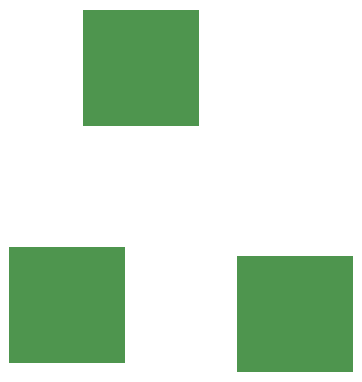
<source format=gbr>
G04 DesignSpark PCB Gerber Version 10.0 Build 5299*
G04 #@! TF.Part,Single*
G04 #@! TF.FileFunction,Paste,Bot*
G04 #@! TF.FilePolarity,Positive*
%FSLAX35Y35*%
%MOIN*%
G04 #@! TA.AperFunction,SMDPad,CuDef*
%ADD136R,0.38970X0.38970*%
G04 #@! TD.AperFunction*
X0Y0D02*
D02*
D136*
X77765Y63592D03*
X102569Y142726D03*
X153750Y60443D03*
X0Y0D02*
M02*

</source>
